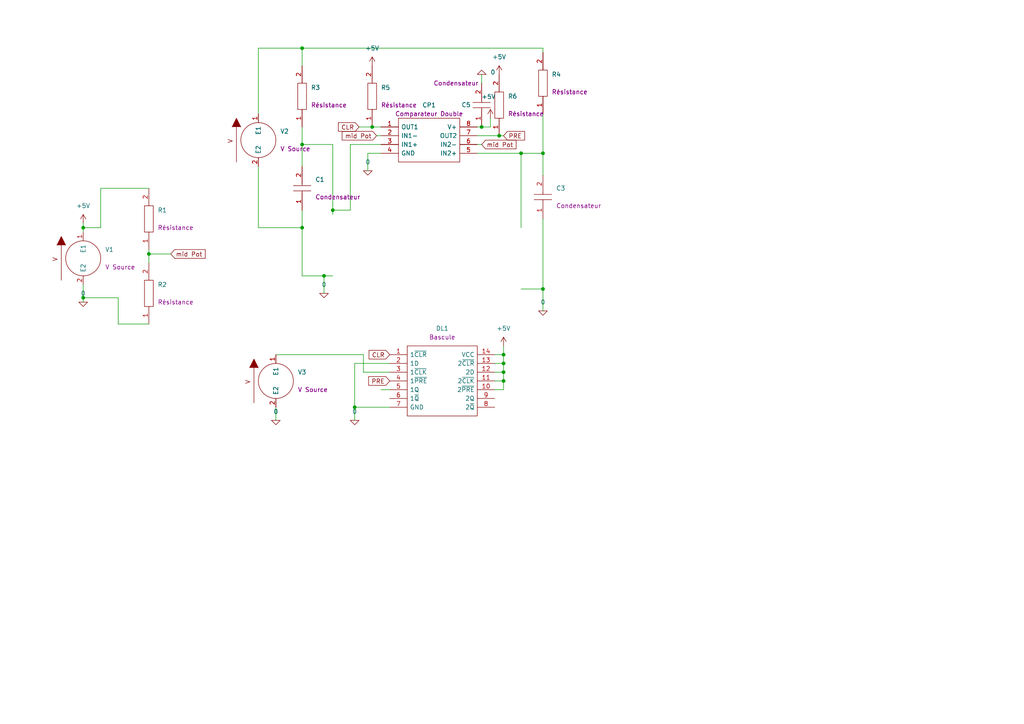
<source format=kicad_sch>
(kicad_sch (version 20211123) (generator eeschema)
  (paper "A4")
  (lib_symbols
    (symbol "EPSA_lib:Bascule D SN74HCS72QDRQ1" (pin_names (offset 0.762))
      (property "Reference" "DL" (at 38.1 8.89 0))
      (property "Render Name" "Bascule" (at 15.24 3.81 0))
      (symbol "Bascule D SN74HCS72QDRQ1_0_0"
        (pin passive line (at 0 0 0) (length 5.08) (name "1~{CLR}") (number "1"))
        (pin passive line (at 30.48 -10.16 180) (length 5.08) (name "2~{PRE}") (number "10"))
        (pin passive line (at 30.48 -7.62 180) (length 5.08) (name "2~{CLK}") (number "11"))
        (pin passive line (at 30.48 -5.08 180) (length 5.08) (name "2D") (number "12"))
        (pin passive line (at 30.48 -2.54 180) (length 5.08) (name "2~{CLR}") (number "13"))
        (pin passive line (at 30.48 0 180) (length 5.08) (name "VCC") (number "14"))
        (pin passive line (at 0 -2.54 0) (length 5.08) (name "1D") (number "2"))
        (pin passive line (at 0 -5.08 0) (length 5.08) (name "1~{CLK}") (number "3"))
        (pin passive line (at 0 -7.62 0) (length 5.08) (name "1~{PRE}") (number "4"))
        (pin passive line (at 0 -10.16 0) (length 5.08) (name "1Q") (number "5"))
        (pin passive line (at 0 -12.7 0) (length 5.08) (name "1~{Q}") (number "6"))
        (pin passive line (at 0 -15.24 0) (length 5.08) (name "GND") (number "7"))
        (pin passive line (at 30.48 -15.24 180) (length 5.08) (name "2~{Q}") (number "8"))
        (pin passive line (at 30.48 -12.7 180) (length 5.08) (name "2Q") (number "9"))
      )
      (symbol "Bascule D SN74HCS72QDRQ1_0_1"
        (polyline (pts (xy 5.08 2.54) (xy 25.4 2.54) (xy 25.4 -17.78) (xy 5.08 -17.78) (xy 5.08 2.54)) (stroke (width 0.1524)))
      )
    )
    (symbol "EPSA_lib:Comparateur Double LM393LVDR" (pin_names (offset 0.762))
      (property "Reference" "CP" (at 35.56 8.89 0))
      (property "Render Name" "Comparateur Double" (at 13.97 3.81 0))
      (symbol "Comparateur Double LM393LVDR_0_0"
        (pin passive line (at 0 0 0) (length 5.08) (name "OUT1") (number "1"))
        (pin passive line (at 0 -2.54 0) (length 5.08) (name "IN1-") (number "2"))
        (pin passive line (at 0 -5.08 0) (length 5.08) (name "IN1+") (number "3"))
        (pin passive line (at 0 -7.62 0) (length 5.08) (name "GND") (number "4"))
        (pin passive line (at 27.94 -7.62 180) (length 5.08) (name "IN2+") (number "5"))
        (pin passive line (at 27.94 -5.08 180) (length 5.08) (name "IN2-") (number "6"))
        (pin passive line (at 27.94 -2.54 180) (length 5.08) (name "OUT2") (number "7"))
        (pin passive line (at 27.94 0 180) (length 5.08) (name "V+") (number "8"))
      )
      (symbol "Comparateur Double LM393LVDR_0_1"
        (polyline (pts (xy 5.08 2.54) (xy 22.86 2.54) (xy 22.86 -10.16) (xy 5.08 -10.16) (xy 5.08 2.54)) (stroke (width 0.1524)))
      )
    )
    (symbol "EPSA_lib:Condensateur 0805Y1000104JXT" (pin_names (offset 0.762))
      (property "Reference" "C" (at 20.32 5.08 0))
      (property "Spice_Model" "10" (at 5.08 6.35 0))
      (property "Render Name" "Condensateur" (at 6.35 3.81 0))
      (symbol "Condensateur 0805Y1000104JXT_0_0"
        (pin passive line (at 0 0 0) (length 5.08) (name "~") (number "1"))
        (pin passive line (at 12.7 0 180) (length 5.08) (name "~") (number "2"))
      )
      (symbol "Condensateur 0805Y1000104JXT_0_1"
        (polyline (pts (xy 5.08 0) (xy 5.588 0)) (stroke (width 0.1524)))
        (polyline (pts (xy 5.588 2.54) (xy 5.588 -2.54)) (stroke (width 0.1524)))
        (polyline (pts (xy 7.112 0) (xy 7.62 0)) (stroke (width 0.1524)))
        (polyline (pts (xy 7.112 2.54) (xy 7.112 -2.54)) (stroke (width 0.1524)))
      )
    )
    (symbol "EPSA_lib:Résistance RK73H2BLTDD2152F" (pin_names (offset 0.762))
      (property "Reference" "R" (at 25.4 5.08 0))
      (property "Spice_Model" "10" (at 7.62 5.08 0))
      (property "Render Name" "Résistance" (at 8.89 2.54 0))
      (symbol "Résistance RK73H2BLTDD2152F_0_0"
        (pin passive line (at 0 0 0) (length 5.08) (name "~") (number "1"))
        (pin passive line (at 17.78 0 180) (length 5.08) (name "~") (number "2"))
      )
      (symbol "Résistance RK73H2BLTDD2152F_0_1"
        (polyline (pts (xy 5.08 1.27) (xy 12.7 1.27) (xy 12.7 -1.27) (xy 5.08 -1.27) (xy 5.08 1.27)) (stroke (width 0.1524)))
      )
    )
    (symbol "EPSA_lib:VSOURCE" (pin_names (offset 1.016)) (in_bom no) (on_board no)
      (property "Reference" "V" (at 8.89 12.7 0))
      (property "Spice_Model" "dc 5" (at -1.27 12.7 0))
      (property "Render Name" "V Source" (at -1.27 10.16 0))
      (symbol "VSOURCE_0_1"
        (circle (center -1.27 0) (radius 5.08))
        (polyline (pts (xy -7.62 6.35) (xy 2.54 6.35)) (fill (type outline)))
        (polyline (pts (xy 2.54 7.62) (xy 5.08 6.35) (xy 2.54 5.08)) (fill (type outline)))
        (text "V" (at -1.524 8.128 0) (effects (font (size 1.27 1.27))))
      )
      (symbol "VSOURCE_1_1"
        (pin input line (at 6.35 0 180) (length 2.54) (name "E1") (number "1"))
        (pin input line (at -8.89 0 0) (length 2.54) (name "E2") (number "2"))
      )
    )
    (symbol "power:+5V" (power) (pin_names (offset 0))
      (property "Value" "+5V" (at 0 3.556 0))
      (symbol "+5V_0_1"
        (polyline (pts (xy -0.762 1.27) (xy 0 2.54)))
        (polyline (pts (xy 0 0) (xy 0 2.54)))
        (polyline (pts (xy 0 2.54) (xy 0.762 1.27)))
      )
      (symbol "+5V_1_1"
        (pin power_in line (at 0 0 90) (length 0) hide (name "+5V") (number "1"))
      )
    )
    (symbol "pspice:0" (power) (pin_names (offset 0))
      (property "Value" "0" (at 0 -1.778 0))
      (symbol "0_0_1"
        (polyline (pts (xy -1.27 0) (xy 0 -1.27) (xy 1.27 0) (xy -1.27 0)))
      )
      (symbol "0_1_1"
        (pin power_in line (at 0 0 0) (length 0) hide (name "0") (number "1"))
      )
    )
  )
  (junction (at 146.05 102.87))
  (junction (at 151.13 44.45))
  (junction (at 144.78 39.37))
  (junction (at 157.48 83.82))
  (junction (at 93.98 80.01))
  (junction (at 102.87 118.11))
  (junction (at 146.05 105.41))
  (junction (at 107.95 36.83))
  (junction (at 139.7 36.83))
  (junction (at 146.05 107.95))
  (junction (at 96.52 60.96))
  (junction (at 87.63 13.97))
  (junction (at 87.63 66.04))
  (junction (at 157.48 44.45))
  (junction (at 43.18 73.66))
  (junction (at 146.05 110.49))
  (junction (at 87.63 41.91))
  (junction (at 24.13 86.36))
  (junction (at 24.13 66.04))
  (wire (pts (xy 157.48 13.97) (xy 157.48 15.24)))
  (wire (pts (xy 157.48 83.82) (xy 157.48 90.17)))
  (wire (pts (xy 143.51 102.87) (xy 146.05 102.87)))
  (wire (pts (xy 146.05 107.95) (xy 146.05 105.41)))
  (wire (pts (xy 87.63 41.91) (xy 96.52 41.91)))
  (wire (pts (xy 96.52 41.91) (xy 96.52 60.96)))
  (wire (pts (xy 113.03 105.41) (xy 102.87 105.41)))
  (wire (pts (xy 102.87 118.11) (xy 113.03 118.11)))
  (wire (pts (xy 104.14 36.83) (xy 107.95 36.83)))
  (wire (pts (xy 105.41 107.95) (xy 113.03 107.95)))
  (wire (pts (xy 87.63 60.96) (xy 87.63 66.04)))
  (wire (pts (xy 80.01 118.11) (xy 80.01 121.92)))
  (wire (pts (xy 87.63 80.01) (xy 93.98 80.01)))
  (wire (pts (xy 138.43 36.83) (xy 139.7 36.83)))
  (wire (pts (xy 43.18 93.98) (xy 34.29 93.98)))
  (wire (pts (xy 107.95 36.83) (xy 110.49 36.83)))
  (wire (pts (xy 74.93 66.04) (xy 87.63 66.04)))
  (wire (pts (xy 24.13 64.77) (xy 24.13 66.04)))
  (wire (pts (xy 24.13 66.04) (xy 24.13 67.31)))
  (wire (pts (xy 43.18 54.61) (xy 29.21 54.61)))
  (wire (pts (xy 43.18 73.66) (xy 43.18 76.2)))
  (wire (pts (xy 109.22 39.37) (xy 110.49 39.37)))
  (wire (pts (xy 105.41 102.87) (xy 105.41 107.95)))
  (wire (pts (xy 143.51 113.03) (xy 146.05 113.03)))
  (wire (pts (xy 87.63 80.01) (xy 87.63 66.04)))
  (wire (pts (xy 93.98 80.01) (xy 96.52 80.01)))
  (wire (pts (xy 146.05 100.33) (xy 146.05 102.87)))
  (wire (pts (xy 87.63 13.97) (xy 87.63 19.05)))
  (wire (pts (xy 143.51 105.41) (xy 146.05 105.41)))
  (wire (pts (xy 157.48 33.02) (xy 157.48 44.45)))
  (wire (pts (xy 24.13 86.36) (xy 24.13 87.63)))
  (wire (pts (xy 80.01 102.87) (xy 105.41 102.87)))
  (wire (pts (xy 29.21 66.04) (xy 24.13 66.04)))
  (wire (pts (xy 139.7 21.59) (xy 139.7 24.13)))
  (wire (pts (xy 74.93 48.26) (xy 74.93 66.04)))
  (wire (pts (xy 101.6 41.91) (xy 101.6 60.96)))
  (wire (pts (xy 93.98 80.01) (xy 93.98 85.09)))
  (wire (pts (xy 106.68 49.53) (xy 106.68 44.45)))
  (wire (pts (xy 87.63 36.83) (xy 87.63 41.91)))
  (wire (pts (xy 74.93 33.02) (xy 74.93 13.97)))
  (wire (pts (xy 87.63 13.97) (xy 157.48 13.97)))
  (wire (pts (xy 139.7 41.91) (xy 138.43 41.91)))
  (wire (pts (xy 87.63 41.91) (xy 87.63 48.26)))
  (wire (pts (xy 96.52 60.96) (xy 96.52 62.23)))
  (wire (pts (xy 146.05 105.41) (xy 146.05 102.87)))
  (wire (pts (xy 106.68 44.45) (xy 110.49 44.45)))
  (wire (pts (xy 43.18 73.66) (xy 49.53 73.66)))
  (wire (pts (xy 74.93 13.97) (xy 87.63 13.97)))
  (wire (pts (xy 151.13 83.82) (xy 157.48 83.82)))
  (wire (pts (xy 157.48 44.45) (xy 157.48 50.8)))
  (wire (pts (xy 146.05 107.95) (xy 146.05 110.49)))
  (wire (pts (xy 139.7 36.83) (xy 142.24 36.83)))
  (wire (pts (xy 144.78 39.37) (xy 138.43 39.37)))
  (wire (pts (xy 102.87 105.41) (xy 102.87 118.11)))
  (wire (pts (xy 151.13 44.45) (xy 151.13 66.04)))
  (wire (pts (xy 102.87 118.11) (xy 102.87 121.92)))
  (wire (pts (xy 138.43 44.45) (xy 151.13 44.45)))
  (wire (pts (xy 34.29 86.36) (xy 24.13 86.36)))
  (wire (pts (xy 143.51 107.95) (xy 146.05 107.95)))
  (wire (pts (xy 110.49 113.03) (xy 113.03 113.03)))
  (wire (pts (xy 146.05 39.37) (xy 144.78 39.37)))
  (wire (pts (xy 29.21 54.61) (xy 29.21 66.04)))
  (wire (pts (xy 146.05 110.49) (xy 146.05 113.03)))
  (wire (pts (xy 143.51 110.49) (xy 146.05 110.49)))
  (wire (pts (xy 101.6 60.96) (xy 96.52 60.96)))
  (wire (pts (xy 110.49 41.91) (xy 101.6 41.91)))
  (wire (pts (xy 157.48 63.5) (xy 157.48 83.82)))
  (wire (pts (xy 151.13 44.45) (xy 157.48 44.45)))
  (wire (pts (xy 34.29 93.98) (xy 34.29 86.36)))
  (wire (pts (xy 24.13 82.55) (xy 24.13 86.36)))
  (wire (pts (xy 142.24 36.83) (xy 142.24 34.29)))
  (wire (pts (xy 43.18 72.39) (xy 43.18 73.66)))
  (global_label "PRE" (shape input) (at 113.03 110.49 180) (property "Intersheet References" "${INTERSHEET_REFS}" (effects hide)))
  (global_label "CLR" (shape input) (at 104.14 36.83 180) (property "Intersheet References" "${INTERSHEET_REFS}" (effects hide)))
  (global_label "PRE" (shape input) (at 146.05 39.37 0) (property "Intersheet References" "${INTERSHEET_REFS}" (effects hide)))
  (global_label "mid Pot" (shape input) (at 109.22 39.37 180) (property "Intersheet References" "${INTERSHEET_REFS}" (effects hide)))
  (global_label "CLR" (shape input) (at 113.03 102.87 180) (property "Intersheet References" "${INTERSHEET_REFS}" (effects hide)))
  (global_label "mid Pot" (shape input) (at 49.53 73.66 0) (property "Intersheet References" "${INTERSHEET_REFS}" (effects hide)))
  (global_label "mid Pot" (shape input) (at 139.7 41.91 0) (property "Intersheet References" "${INTERSHEET_REFS}" (effects hide)))
  (symbol (lib_id "pspice:0") (at 106.68 49.53 0) (unit 1)
    (property "Reference" "#GND03" (effects hide))
    (property "Value" "0" (at 106.68 46.99 0))
  )
  (symbol (lib_id "EPSA_lib:VSOURCE") (at 74.93 39.37 90) (unit 1) (in_bom no) (on_board no)
    (property "Reference" "V2" (at 81.28 38.0999 90) (effects (justify right)))
    (property "Value" "VSOURCE" (effects hide))
    (property "Spice_Primitive" "V" (effects hide))
    (property "Spice_Model" "dc 5 pulse(0 5 1 100m 100m 6 10)" (at 24.13 40.64 90) (effects (justify right)))
    (property "Spice_Netlist_Enabled" "Y" (effects hide))
    (property "Render Name" "V Source" (at 81.28 43.1799 90) (effects (justify right)))
  )
  (symbol (lib_id "power:+5V") (at 107.95 19.05 0) (unit 1)
    (property "Reference" "#PWR02" (effects hide))
    (property "Value" "+5V" (at 107.95 13.97 0))
  )
  (symbol (lib_id "pspice:0") (at 93.98 85.09 0) (unit 1)
    (property "Reference" "#GND02" (effects hide))
    (property "Value" "0" (at 93.98 82.55 0))
  )
  (symbol (lib_id "EPSA_lib:Résistance RK73H2BLTDD2152F") (at 87.63 36.83 90) (unit 1)
    (property "Reference" "R3" (at 90.17 25.3999 90) (effects (justify right)))
    (property "Value" "Résistance RK73H2BLTDD2152F" (effects hide))
    (property "Footprint" "EPSA_lib:RESC3216X70N" (effects hide))
    (property "Datasheet" "http://www.koaspeer.com/catimages/Products/RK73H/RK73H.pdf" (effects hide))
    (property "Description" "Thick Film Resistors - SMD" (effects hide))
    (property "Height" "0.7" (effects hide))
    (property "Manufacturer_Name" "KOA Speer" (effects hide))
    (property "Manufacturer_Part_Number" "RK73H2BLTDD2152F" (effects hide))
    (property "Mouser Part Number" "N/A" (effects hide))
    (property "Mouser Price/Stock" "https://www.mouser.co.uk/ProductDetail/KOA-Speer/RK73H2BLTDD2152F?qs=WeIALVmW3zmyxMFsjVzMRw%3D%3D" (effects hide))
    (property "Spice_Primitive" "R" (effects hide))
    (property "Spice_Model" "500k" (at 90.17 27.9399 90) (effects (justify right)))
    (property "Spice_Netlist_Enabled" "Y" (effects hide))
    (property "Render Name" "Résistance" (at 90.17 30.4799 90) (effects (justify right)))
  )
  (symbol (lib_id "power:+5V") (at 24.13 64.77 0) (unit 1)
    (property "Reference" "#PWR01" (effects hide))
    (property "Value" "+5V" (at 24.13 59.69 0))
  )
  (symbol (lib_id "EPSA_lib:Condensateur 0805Y1000104JXT") (at 87.63 60.96 90) (unit 1)
    (property "Reference" "C1" (at 91.44 52.0699 90) (effects (justify right)))
    (property "Value" "Condensateur 0805Y1000104JXT" (effects hide))
    (property "Footprint" "EPSA_lib:CAPC2012X130N" (effects hide))
    (property "Datasheet" "http://docs-europe.electrocomponents.com/webdocs/119d/0900766b8119d7bc.pdf" (effects hide))
    (property "Description" "Syfer 0805 Ceramic Chip Capacitors" (effects hide))
    (property "Height" "1.3" (effects hide))
    (property "Manufacturer_Name" "Syfer" (effects hide))
    (property "Manufacturer_Part_Number" "0805Y1000104JXT" (effects hide))
    (property "Arrow Part Number" "0805Y1000104JXT" (effects hide))
    (property "Arrow Price/Stock" "https://www.arrow.com/en/products/0805y1000104jxt/syfer-technology?region=europe" (effects hide))
    (property "Spice_Primitive" "C" (effects hide))
    (property "Spice_Model" "1u" (at 91.44 54.6099 90) (effects (justify right)))
    (property "Spice_Netlist_Enabled" "Y" (effects hide))
    (property "Render Name" "Condensateur" (at 91.44 57.1499 90) (effects (justify right)))
  )
  (symbol (lib_id "EPSA_lib:VSOURCE") (at 80.01 109.22 90) (unit 1) (in_bom no) (on_board no)
    (property "Reference" "V3" (at 86.36 107.9499 90) (effects (justify right)))
    (property "Value" "VSOURCE" (effects hide))
    (property "Spice_Primitive" "V" (effects hide))
    (property "Spice_Model" "dc 5 pulse(5 0 4 100m 100m 0.5 8)" (at 29.21 110.49 90) (effects (justify right)))
    (property "Spice_Netlist_Enabled" "Y" (effects hide))
    (property "Render Name" "V Source" (at 86.36 113.0299 90) (effects (justify right)))
  )
  (symbol (lib_id "EPSA_lib:Comparateur Double LM393LVDR") (at 110.49 36.83 0) (unit 1)
    (property "Reference" "CP1" (at 124.46 30.48 0))
    (property "Value" "Comparateur Double LM393LVDR" (effects hide))
    (property "Footprint" "EPSA_lib:SOIC127P600X175-8N" (effects hide))
    (property "Datasheet" "https://www.ti.com/lit/ds/symlink/lm393lv.pdf?ts=1609509320428&ref_url=https%253A%252F%252Feu.mouser.com%252F" (effects hide))
    (property "Description" "Analog Comparators 1.65-V to 5.5-V, low voltage dual commodity comparator" (effects hide))
    (property "Height" "1.75" (effects hide))
    (property "Manufacturer_Name" "Texas Instruments" (effects hide))
    (property "Manufacturer_Part_Number" "LM393LVDR" (effects hide))
    (property "Mouser Part Number" "595-LM393LVDR" (effects hide))
    (property "Mouser Price/Stock" "https://www.mouser.co.uk/ProductDetail/Texas-Instruments/LM393LVDR?qs=zW32dvEIR3vk5%2FzEI25KTQ%3D%3D" (effects hide))
    (property "Arrow Part Number" "LM393LVDR" (effects hide))
    (property "Arrow Price/Stock" "https://www.arrow.com/en/products/lm393lvdr/texas-instruments" (effects hide))
    (property "Spice_Primitive" "X" (effects hide))
    (property "Spice_Model" "LM2903B_Dual" (effects hide))
    (property "Spice_Netlist_Enabled" "N" (effects hide))
    (property "Spice_Lib_File" "${EPSA}\\SpiceModel\\CD_lm393.lib" (effects hide))
    (property "Render Name" "Comparateur Double" (at 124.46 33.02 0))
  )
  (symbol (lib_id "EPSA_lib:Résistance RK73H2BLTDD2152F") (at 144.78 39.37 90) (unit 1)
    (property "Reference" "R6" (at 147.32 27.9399 90) (effects (justify right)))
    (property "Value" "Résistance RK73H2BLTDD2152F" (effects hide))
    (property "Footprint" "EPSA_lib:RESC3216X70N" (effects hide))
    (property "Datasheet" "http://www.koaspeer.com/catimages/Products/RK73H/RK73H.pdf" (effects hide))
    (property "Description" "Thick Film Resistors - SMD" (effects hide))
    (property "Height" "0.7" (effects hide))
    (property "Manufacturer_Name" "KOA Speer" (effects hide))
    (property "Manufacturer_Part_Number" "RK73H2BLTDD2152F" (effects hide))
    (property "Mouser Part Number" "N/A" (effects hide))
    (property "Mouser Price/Stock" "https://www.mouser.co.uk/ProductDetail/KOA-Speer/RK73H2BLTDD2152F?qs=WeIALVmW3zmyxMFsjVzMRw%3D%3D" (effects hide))
    (property "Spice_Primitive" "R" (effects hide))
    (property "Spice_Model" "5k" (at 147.32 30.4799 90) (effects (justify right)))
    (property "Spice_Netlist_Enabled" "Y" (effects hide))
    (property "Render Name" "Résistance" (at 147.32 33.0199 90) (effects (justify right)))
  )
  (symbol (lib_id "EPSA_lib:Résistance RK73H2BLTDD2152F") (at 43.18 93.98 90) (unit 1)
    (property "Reference" "R2" (at 45.72 82.5499 90) (effects (justify right)))
    (property "Value" "Résistance RK73H2BLTDD2152F" (effects hide))
    (property "Footprint" "EPSA_lib:RESC3216X70N" (effects hide))
    (property "Datasheet" "http://www.koaspeer.com/catimages/Products/RK73H/RK73H.pdf" (effects hide))
    (property "Description" "Thick Film Resistors - SMD" (effects hide))
    (property "Height" "0.7" (effects hide))
    (property "Manufacturer_Name" "KOA Speer" (effects hide))
    (property "Manufacturer_Part_Number" "RK73H2BLTDD2152F" (effects hide))
    (property "Mouser Part Number" "N/A" (effects hide))
    (property "Mouser Price/Stock" "https://www.mouser.co.uk/ProductDetail/KOA-Speer/RK73H2BLTDD2152F?qs=WeIALVmW3zmyxMFsjVzMRw%3D%3D" (effects hide))
    (property "Spice_Primitive" "R" (effects hide))
    (property "Spice_Model" "50k" (at 45.72 85.0899 90) (effects (justify right)))
    (property "Spice_Netlist_Enabled" "Y" (effects hide))
    (property "Render Name" "Résistance" (at 45.72 87.6299 90) (effects (justify right)))
  )
  (symbol (lib_id "EPSA_lib:Bascule D SN74HCS72QDRQ1") (at 113.03 102.87 0) (unit 1)
    (property "Reference" "DL1" (at 128.27 95.25 0))
    (property "Value" "Bascule D SN74HCS72QDRQ1" (effects hide))
    (property "Footprint" "EPSA_lib:SOIC127P600X175-14N" (effects hide))
    (property "Datasheet" "http://www.ti.com/general/docs/suppproductinfo.tsp?distId=10&gotoUrl=http%3A%2F%2Fwww.ti.com%2Flit%2Fgpn%2Fsn74hcs72-q1" (effects hide))
    (property "Description" "Flip-Flops Automotive Schmitt-trigger input dual D-type negative-edge-triggered flip-flops w/ clear and preset 14-SOIC -40 to 125" (effects hide))
    (property "Height" "1.75" (effects hide))
    (property "Manufacturer_Name" "Texas Instruments" (effects hide))
    (property "Manufacturer_Part_Number" "SN74HCS72QDRQ1" (effects hide))
    (property "Mouser Part Number" "595-SN74HCS72QDRQ1" (effects hide))
    (property "Mouser Price/Stock" "https://www.mouser.co.uk/ProductDetail/Texas-Instruments/SN74HCS72QDRQ1?qs=Cb2nCFKsA8rdYGfO8j6PMA%3D%3D" (effects hide))
    (property "Arrow Part Number" "SN74HCS72QDRQ1" (effects hide))
    (property "Arrow Price/Stock" "https://www.arrow.com/en/products/sn74hcs72qdrq1/texas-instruments?region=nac" (effects hide))
    (property "Spice_Primitive" "X" (effects hide))
    (property "Spice_Model" "SN74HCS72_Double" (effects hide))
    (property "Spice_Netlist_Enabled" "Y" (effects hide))
    (property "Spice_Lib_File" "${EPSA}\\SpiceModel\\BD_SN74HCS72.lib" (effects hide))
    (property "Render Name" "Bascule" (at 128.27 97.79 0))
  )
  (symbol (lib_id "power:+5V") (at 144.78 21.59 0) (unit 1)
    (property "Reference" "#PWR05" (effects hide))
    (property "Value" "+5V" (at 144.78 16.51 0))
  )
  (symbol (lib_id "EPSA_lib:Condensateur 0805Y1000104JXT") (at 157.48 63.5 90) (unit 1)
    (property "Reference" "C3" (at 161.29 54.6099 90) (effects (justify right)))
    (property "Value" "Condensateur 0805Y1000104JXT" (effects hide))
    (property "Footprint" "EPSA_lib:CAPC2012X130N" (effects hide))
    (property "Datasheet" "http://docs-europe.electrocomponents.com/webdocs/119d/0900766b8119d7bc.pdf" (effects hide))
    (property "Description" "Syfer 0805 Ceramic Chip Capacitors" (effects hide))
    (property "Height" "1.3" (effects hide))
    (property "Manufacturer_Name" "Syfer" (effects hide))
    (property "Manufacturer_Part_Number" "0805Y1000104JXT" (effects hide))
    (property "Arrow Part Number" "0805Y1000104JXT" (effects hide))
    (property "Arrow Price/Stock" "https://www.arrow.com/en/products/0805y1000104jxt/syfer-technology?region=europe" (effects hide))
    (property "Spice_Primitive" "C" (effects hide))
    (property "Spice_Model" "2.2u" (at 161.29 57.1499 90) (effects (justify right)))
    (property "Spice_Netlist_Enabled" "Y" (effects hide))
    (property "Render Name" "Condensateur" (at 161.29 59.6899 90) (effects (justify right)))
  )
  (symbol (lib_id "pspice:0") (at 157.48 90.17 0) (unit 1)
    (property "Reference" "#GND05" (effects hide))
    (property "Value" "0" (at 157.48 87.63 0))
  )
  (symbol (lib_id "EPSA_lib:Résistance RK73H2BLTDD2152F") (at 43.18 72.39 90) (unit 1)
    (property "Reference" "R1" (at 45.72 60.9599 90) (effects (justify right)))
    (property "Value" "Résistance RK73H2BLTDD2152F" (effects hide))
    (property "Footprint" "EPSA_lib:RESC3216X70N" (effects hide))
    (property "Datasheet" "http://www.koaspeer.com/catimages/Products/RK73H/RK73H.pdf" (effects hide))
    (property "Description" "Thick Film Resistors - SMD" (effects hide))
    (property "Height" "0.7" (effects hide))
    (property "Manufacturer_Name" "KOA Speer" (effects hide))
    (property "Manufacturer_Part_Number" "RK73H2BLTDD2152F" (effects hide))
    (property "Mouser Part Number" "N/A" (effects hide))
    (property "Mouser Price/Stock" "https://www.mouser.co.uk/ProductDetail/KOA-Speer/RK73H2BLTDD2152F?qs=WeIALVmW3zmyxMFsjVzMRw%3D%3D" (effects hide))
    (property "Spice_Primitive" "R" (effects hide))
    (property "Spice_Model" "100k" (at 45.72 63.4999 90) (effects (justify right)))
    (property "Spice_Netlist_Enabled" "Y" (effects hide))
    (property "Render Name" "Résistance" (at 45.72 66.0399 90) (effects (justify right)))
  )
  (symbol (lib_id "EPSA_lib:Résistance RK73H2BLTDD2152F") (at 107.95 36.83 90) (unit 1)
    (property "Reference" "R5" (at 110.49 25.3999 90) (effects (justify right)))
    (property "Value" "Résistance RK73H2BLTDD2152F" (effects hide))
    (property "Footprint" "EPSA_lib:RESC3216X70N" (effects hide))
    (property "Datasheet" "http://www.koaspeer.com/catimages/Products/RK73H/RK73H.pdf" (effects hide))
    (property "Description" "Thick Film Resistors - SMD" (effects hide))
    (property "Height" "0.7" (effects hide))
    (property "Manufacturer_Name" "KOA Speer" (effects hide))
    (property "Manufacturer_Part_Number" "RK73H2BLTDD2152F" (effects hide))
    (property "Mouser Part Number" "N/A" (effects hide))
    (property "Mouser Price/Stock" "https://www.mouser.co.uk/ProductDetail/KOA-Speer/RK73H2BLTDD2152F?qs=WeIALVmW3zmyxMFsjVzMRw%3D%3D" (effects hide))
    (property "Spice_Primitive" "R" (effects hide))
    (property "Spice_Model" "5k" (at 110.49 27.9399 90) (effects (justify right)))
    (property "Spice_Netlist_Enabled" "Y" (effects hide))
    (property "Render Name" "Résistance" (at 110.49 30.4799 90) (effects (justify right)))
  )
  (symbol (lib_id "pspice:0") (at 102.87 121.92 0) (unit 1)
    (property "Reference" "#GND04" (effects hide))
    (property "Value" "0" (at 102.87 119.38 0))
  )
  (symbol (lib_id "EPSA_lib:Condensateur 0805Y1000104JXT") (at 139.7 36.83 90) (unit 1)
    (property "Reference" "C5" (at 133.8439 30.4124 90) (effects (justify right)))
    (property "Value" "Condensateur 0805Y1000104JXT" (effects hide))
    (property "Footprint" "EPSA_lib:CAPC2012X130N" (effects hide))
    (property "Datasheet" "http://docs-europe.electrocomponents.com/webdocs/119d/0900766b8119d7bc.pdf" (effects hide))
    (property "Description" "Syfer 0805 Ceramic Chip Capacitors" (effects hide))
    (property "Height" "1.3" (effects hide))
    (property "Manufacturer_Name" "Syfer" (effects hide))
    (property "Manufacturer_Part_Number" "0805Y1000104JXT" (effects hide))
    (property "Arrow Part Number" "0805Y1000104JXT" (effects hide))
    (property "Arrow Price/Stock" "https://www.arrow.com/en/products/0805y1000104jxt/syfer-technology?region=europe" (effects hide))
    (property "Spice_Primitive" "C" (effects hide))
    (property "Spice_Model" "0.1u" (at 134.62 27.94 90) (effects (justify right)))
    (property "Spice_Netlist_Enabled" "Y" (effects hide))
    (property "Render Name" "Condensateur" (at 125.73 24.13 90) (effects (justify right)))
  )
  (symbol (lib_id "pspice:0") (at 139.7 21.59 180) (unit 1)
    (property "Reference" "#GND07" (effects hide))
    (property "Value" "0" (at 142.24 20.9549 0) (effects (justify right)))
  )
  (symbol (lib_id "pspice:0") (at 80.01 121.92 0) (unit 1)
    (property "Reference" "#GND06" (effects hide))
    (property "Value" "0" (at 80.01 119.38 0))
  )
  (symbol (lib_id "EPSA_lib:VSOURCE") (at 24.13 73.66 90) (unit 1) (in_bom no) (on_board no)
    (property "Reference" "V1" (at 30.48 72.3899 90) (effects (justify right)))
    (property "Value" "VSOURCE" (effects hide))
    (property "Spice_Primitive" "V" (effects hide))
    (property "Spice_Model" "dc 5" (at 30.48 74.9299 90) (effects (justify right)))
    (property "Spice_Netlist_Enabled" "Y" (effects hide))
    (property "Render Name" "V Source" (at 30.48 77.4699 90) (effects (justify right)))
  )
  (symbol (lib_id "power:+5V") (at 142.24 34.29 0) (unit 1)
    (property "Reference" "#PWR03" (effects hide))
    (property "Value" "+5V" (at 141.7031 28.05 0))
  )
  (symbol (lib_id "pspice:0") (at 24.13 87.63 0) (unit 1)
    (property "Reference" "#GND01" (effects hide))
    (property "Value" "0" (at 24.13 85.09 0))
  )
  (symbol (lib_id "power:+5V") (at 146.05 100.33 0) (unit 1)
    (property "Reference" "#PWR04" (effects hide))
    (property "Value" "+5V" (at 146.05 95.25 0))
  )
  (symbol (lib_id "EPSA_lib:Résistance RK73H2BLTDD2152F") (at 157.48 33.02 90) (unit 1)
    (property "Reference" "R4" (at 160.02 21.5899 90) (effects (justify right)))
    (property "Value" "Résistance RK73H2BLTDD2152F" (effects hide))
    (property "Footprint" "EPSA_lib:RESC3216X70N" (effects hide))
    (property "Datasheet" "http://www.koaspeer.com/catimages/Products/RK73H/RK73H.pdf" (effects hide))
    (property "Description" "Thick Film Resistors - SMD" (effects hide))
    (property "Height" "0.7" (effects hide))
    (property "Manufacturer_Name" "KOA Speer" (effects hide))
    (property "Manufacturer_Part_Number" "RK73H2BLTDD2152F" (effects hide))
    (property "Mouser Part Number" "N/A" (effects hide))
    (property "Mouser Price/Stock" "https://www.mouser.co.uk/ProductDetail/KOA-Speer/RK73H2BLTDD2152F?qs=WeIALVmW3zmyxMFsjVzMRw%3D%3D" (effects hide))
    (property "Spice_Primitive" "R" (effects hide))
    (property "Spice_Model" "500k" (at 160.02 24.1299 90) (effects (justify right)))
    (property "Spice_Netlist_Enabled" "Y" (effects hide))
    (property "Render Name" "Résistance" (at 160.02 26.6699 90) (effects (justify right)))
  )
)
</source>
